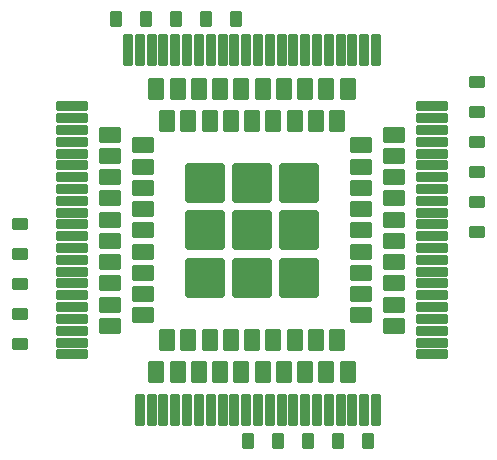
<source format=gts>
%TF.GenerationSoftware,KiCad,Pcbnew,7.99.0-2677-g3cd60007c5*%
%TF.CreationDate,2023-11-18T11:29:50+03:00*%
%TF.ProjectId,Movita Pro V2_1,4d6f7669-7461-4205-9072-6f2056325f31,rev?*%
%TF.SameCoordinates,Original*%
%TF.FileFunction,Soldermask,Top*%
%TF.FilePolarity,Negative*%
%FSLAX46Y46*%
G04 Gerber Fmt 4.6, Leading zero omitted, Abs format (unit mm)*
G04 Created by KiCad (PCBNEW 7.99.0-2677-g3cd60007c5) date 2023-11-18 11:29:50*
%MOMM*%
%LPD*%
G01*
G04 APERTURE LIST*
G04 Aperture macros list*
%AMRoundRect*
0 Rectangle with rounded corners*
0 $1 Rounding radius*
0 $2 $3 $4 $5 $6 $7 $8 $9 X,Y pos of 4 corners*
0 Add a 4 corners polygon primitive as box body*
4,1,4,$2,$3,$4,$5,$6,$7,$8,$9,$2,$3,0*
0 Add four circle primitives for the rounded corners*
1,1,$1+$1,$2,$3*
1,1,$1+$1,$4,$5*
1,1,$1+$1,$6,$7*
1,1,$1+$1,$8,$9*
0 Add four rect primitives between the rounded corners*
20,1,$1+$1,$2,$3,$4,$5,0*
20,1,$1+$1,$4,$5,$6,$7,0*
20,1,$1+$1,$6,$7,$8,$9,0*
20,1,$1+$1,$8,$9,$2,$3,0*%
G04 Aperture macros list end*
%ADD10RoundRect,0.101600X-0.300000X-1.250000X0.300000X-1.250000X0.300000X1.250000X-0.300000X1.250000X0*%
%ADD11RoundRect,0.101600X1.250000X-0.300000X1.250000X0.300000X-1.250000X0.300000X-1.250000X-0.300000X0*%
%ADD12RoundRect,0.101600X-0.550000X-0.800000X0.550000X-0.800000X0.550000X0.800000X-0.550000X0.800000X0*%
%ADD13RoundRect,0.101600X0.800000X-0.550000X0.800000X0.550000X-0.800000X0.550000X-0.800000X-0.550000X0*%
%ADD14RoundRect,0.101600X-1.550000X-1.550000X1.550000X-1.550000X1.550000X1.550000X-1.550000X1.550000X0*%
%ADD15RoundRect,0.040000X0.625000X0.425000X-0.625000X0.425000X-0.625000X-0.425000X0.625000X-0.425000X0*%
%ADD16RoundRect,0.040000X-0.425000X0.625000X-0.425000X-0.625000X0.425000X-0.625000X0.425000X0.625000X0*%
%ADD17RoundRect,0.040000X-0.625000X-0.425000X0.625000X-0.425000X0.625000X0.425000X-0.625000X0.425000X0*%
%ADD18RoundRect,0.040000X0.425000X-0.625000X0.425000X0.625000X-0.425000X0.625000X-0.425000X-0.625000X0*%
G04 APERTURE END LIST*
D10*
%TO.C,U1*%
X139296100Y-120273600D03*
X140296100Y-120273600D03*
X141296100Y-120273600D03*
X142296100Y-120273600D03*
X143296100Y-120273600D03*
X144296100Y-120273600D03*
X145296100Y-120273600D03*
X146296100Y-120273600D03*
X147296100Y-120273600D03*
X148296100Y-120273600D03*
X149296100Y-120273600D03*
X150296100Y-120273600D03*
X151296100Y-120273600D03*
X152296100Y-120273600D03*
X153296100Y-120273600D03*
X154296100Y-120273600D03*
X155296100Y-120273600D03*
X156296100Y-120273600D03*
X157296100Y-120273600D03*
X158296100Y-120273600D03*
D11*
X164046100Y-114523600D03*
X164046100Y-113523600D03*
X164046100Y-112523600D03*
X164046100Y-111523600D03*
X164046100Y-110523600D03*
X164046100Y-109523600D03*
X164046100Y-108523600D03*
X164046100Y-107523600D03*
X164046100Y-106523600D03*
X164046100Y-105523600D03*
X164046100Y-104523600D03*
X164046100Y-103523600D03*
X164046100Y-102523600D03*
X164046100Y-101523600D03*
X164046100Y-100523600D03*
X164046100Y-99523600D03*
X164046100Y-98523600D03*
X164046100Y-97523600D03*
X164046100Y-96523600D03*
X164046100Y-95523600D03*
D10*
X158296100Y-89773600D03*
X157296100Y-89773600D03*
X156296100Y-89773600D03*
X155296100Y-89773600D03*
X154296100Y-89773600D03*
X153296100Y-89773600D03*
X152296100Y-89773600D03*
X151296100Y-89773600D03*
X150296100Y-89773600D03*
X149296100Y-89773600D03*
X148296100Y-89773600D03*
X147296100Y-89773600D03*
X146296100Y-89773600D03*
X145296100Y-89773600D03*
X144296100Y-89773600D03*
X143296100Y-89773600D03*
X142296100Y-89773600D03*
X141296100Y-89773600D03*
X140296100Y-89773600D03*
X139296100Y-89773600D03*
D11*
X133546100Y-95523600D03*
X133546100Y-96523600D03*
X133546100Y-97523600D03*
X133546100Y-98523600D03*
X133546100Y-99523600D03*
X133546100Y-100523600D03*
X133546100Y-101523600D03*
X133546100Y-102523600D03*
X133546100Y-103523600D03*
X133546100Y-104523600D03*
X133546100Y-105523600D03*
X133546100Y-106523600D03*
X133546100Y-107523600D03*
X133546100Y-108523600D03*
X133546100Y-109523600D03*
X133546100Y-110523600D03*
X133546100Y-111523600D03*
X133546100Y-112523600D03*
X133546100Y-113523600D03*
X133546100Y-114523600D03*
D10*
X159296100Y-120273600D03*
X159296100Y-89773600D03*
D11*
X164046100Y-94523600D03*
X164046100Y-115523600D03*
D10*
X138296100Y-89773600D03*
D11*
X133546100Y-115523600D03*
X133546100Y-94523600D03*
D12*
X142496100Y-117023600D03*
X144296100Y-117023600D03*
X146096100Y-117023600D03*
X147896100Y-117023600D03*
X149696100Y-117023600D03*
X151496100Y-117023600D03*
X153296100Y-117023600D03*
X155096100Y-117023600D03*
D13*
X160796100Y-111323600D03*
X160796100Y-109523600D03*
X160796100Y-107723600D03*
X160796100Y-105923600D03*
X160796100Y-104123600D03*
X160796100Y-102323600D03*
X160796100Y-100523600D03*
X160796100Y-98723600D03*
D12*
X155096100Y-93023600D03*
X153296100Y-93023600D03*
X151496100Y-93023600D03*
X149696100Y-93023600D03*
X147896100Y-93023600D03*
X146096100Y-93023600D03*
X144296100Y-93023600D03*
X142496100Y-93023600D03*
D13*
X136796100Y-98723600D03*
X136796100Y-100523600D03*
X136796100Y-102323600D03*
X136796100Y-104123600D03*
X136796100Y-105923600D03*
X136796100Y-107723600D03*
X136796100Y-109523600D03*
X136796100Y-111323600D03*
D12*
X140696100Y-117023600D03*
X156896100Y-117023600D03*
D13*
X160796100Y-113123600D03*
X160796100Y-96923600D03*
D12*
X156896100Y-93023600D03*
X140696100Y-93023600D03*
D13*
X136796100Y-96923600D03*
X136796100Y-113123600D03*
D12*
X141596100Y-114273600D03*
X143396100Y-114273600D03*
X145196100Y-114273600D03*
X146996100Y-114273600D03*
X148796100Y-114273600D03*
X150596100Y-114273600D03*
X152396100Y-114273600D03*
X154196100Y-114273600D03*
X155996100Y-114273600D03*
D13*
X158046100Y-112223600D03*
X158046100Y-110423600D03*
X158046100Y-108623600D03*
X158046100Y-106823600D03*
X158046100Y-105023600D03*
X158046100Y-103223600D03*
X158046100Y-101423600D03*
X158046100Y-99623600D03*
X158046100Y-97823600D03*
D12*
X155996100Y-95773600D03*
X154196100Y-95773600D03*
X152396100Y-95773600D03*
X150596100Y-95773600D03*
X148796100Y-95773600D03*
X146996100Y-95773600D03*
X145196100Y-95773600D03*
X143396100Y-95773600D03*
X141596100Y-95773600D03*
D13*
X139546100Y-97823600D03*
X139546100Y-99623600D03*
X139546100Y-101423600D03*
X139546100Y-103223600D03*
X139546100Y-105023600D03*
X139546100Y-106823600D03*
X139546100Y-108623600D03*
X139546100Y-110423600D03*
X139546100Y-112223600D03*
D14*
X144796100Y-109023600D03*
X148796100Y-109023600D03*
X152796100Y-109023600D03*
X152796100Y-105023600D03*
X152796100Y-101023600D03*
X148796100Y-101023600D03*
X144796100Y-101023600D03*
X144796100Y-105023600D03*
X148796100Y-105023600D03*
%TD*%
D15*
%TO.C,J4*%
X167881100Y-105183600D03*
X167881100Y-102643600D03*
X167881100Y-100103600D03*
X167881100Y-97563600D03*
X167881100Y-95023600D03*
X167881100Y-92483600D03*
%TD*%
D16*
%TO.C,J1*%
X147446100Y-87128600D03*
X144906100Y-87128600D03*
X142366100Y-87128600D03*
X139826100Y-87128600D03*
X137286100Y-87128600D03*
%TD*%
D17*
%TO.C,J2*%
X129121100Y-104453600D03*
X129121100Y-106993600D03*
X129121100Y-109533600D03*
X129121100Y-112073600D03*
X129121100Y-114613600D03*
%TD*%
D18*
%TO.C,J3*%
X148436100Y-122878600D03*
X150976100Y-122878600D03*
X153516100Y-122878600D03*
X156056100Y-122878600D03*
X158596100Y-122878600D03*
%TD*%
M02*

</source>
